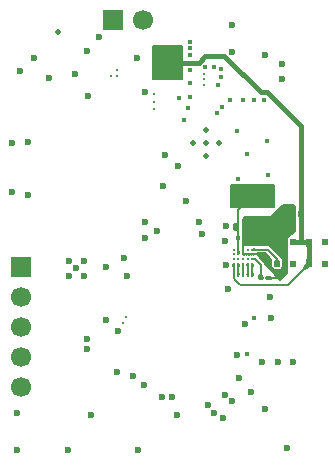
<source format=gbl>
%TF.GenerationSoftware,KiCad,Pcbnew,9.0.6*%
%TF.CreationDate,2026-02-05T15:03:14-05:00*%
%TF.ProjectId,health_monitor,6865616c-7468-45f6-9d6f-6e69746f722e,rev?*%
%TF.SameCoordinates,Original*%
%TF.FileFunction,Copper,L4,Bot*%
%TF.FilePolarity,Positive*%
%FSLAX46Y46*%
G04 Gerber Fmt 4.6, Leading zero omitted, Abs format (unit mm)*
G04 Created by KiCad (PCBNEW 9.0.6) date 2026-02-05 15:03:14*
%MOMM*%
%LPD*%
G01*
G04 APERTURE LIST*
G04 Aperture macros list*
%AMRoundRect*
0 Rectangle with rounded corners*
0 $1 Rounding radius*
0 $2 $3 $4 $5 $6 $7 $8 $9 X,Y pos of 4 corners*
0 Add a 4 corners polygon primitive as box body*
4,1,4,$2,$3,$4,$5,$6,$7,$8,$9,$2,$3,0*
0 Add four circle primitives for the rounded corners*
1,1,$1+$1,$2,$3*
1,1,$1+$1,$4,$5*
1,1,$1+$1,$6,$7*
1,1,$1+$1,$8,$9*
0 Add four rect primitives between the rounded corners*
20,1,$1+$1,$2,$3,$4,$5,0*
20,1,$1+$1,$4,$5,$6,$7,0*
20,1,$1+$1,$6,$7,$8,$9,0*
20,1,$1+$1,$8,$9,$2,$3,0*%
G04 Aperture macros list end*
%TA.AperFunction,Conductor*%
%ADD10C,0.200000*%
%TD*%
%TA.AperFunction,ComponentPad*%
%ADD11R,1.700000X1.700000*%
%TD*%
%TA.AperFunction,ComponentPad*%
%ADD12C,1.700000*%
%TD*%
%TA.AperFunction,ComponentPad*%
%ADD13C,0.499999*%
%TD*%
%TA.AperFunction,SMDPad,CuDef*%
%ADD14RoundRect,0.140000X-0.140000X-0.170000X0.140000X-0.170000X0.140000X0.170000X-0.140000X0.170000X0*%
%TD*%
%TA.AperFunction,SMDPad,CuDef*%
%ADD15C,0.254000*%
%TD*%
%TA.AperFunction,SMDPad,CuDef*%
%ADD16RoundRect,0.100000X0.130000X0.100000X-0.130000X0.100000X-0.130000X-0.100000X0.130000X-0.100000X0*%
%TD*%
%TA.AperFunction,SMDPad,CuDef*%
%ADD17R,0.508000X0.508000*%
%TD*%
%TA.AperFunction,SMDPad,CuDef*%
%ADD18RoundRect,0.075000X-0.125000X-0.075000X0.125000X-0.075000X0.125000X0.075000X-0.125000X0.075000X0*%
%TD*%
%TA.AperFunction,ViaPad*%
%ADD19C,0.600000*%
%TD*%
%TA.AperFunction,ViaPad*%
%ADD20C,0.450000*%
%TD*%
%TA.AperFunction,ViaPad*%
%ADD21C,0.400000*%
%TD*%
%TA.AperFunction,ViaPad*%
%ADD22C,0.300000*%
%TD*%
%TA.AperFunction,ViaPad*%
%ADD23C,0.500000*%
%TD*%
%TA.AperFunction,ViaPad*%
%ADD24C,0.250000*%
%TD*%
%TA.AperFunction,Conductor*%
%ADD25C,0.400000*%
%TD*%
G04 APERTURE END LIST*
%TO.N,/V_{A}*%
D10*
X140100000Y-51700000D02*
X143700000Y-51700000D01*
X143700000Y-53600000D01*
X140100000Y-53600000D01*
X140100000Y-51700000D01*
%TA.AperFunction,Conductor*%
G36*
X140100000Y-51700000D02*
G01*
X143700000Y-51700000D01*
X143700000Y-53600000D01*
X140100000Y-53600000D01*
X140100000Y-51700000D01*
G37*
%TD.AperFunction*%
%TO.N,GNDREF*%
X145500000Y-53600000D02*
X145500000Y-55600000D01*
X144800000Y-56200000D01*
X144800000Y-59200000D01*
X144200000Y-59800000D01*
X143100000Y-58600000D01*
X142300000Y-57600000D01*
X142300000Y-57500000D01*
X143000000Y-57500000D01*
X143500000Y-58100000D01*
X143500000Y-58700000D01*
X143700000Y-58900000D01*
X144300000Y-58900000D01*
X144500000Y-58700000D01*
X144500000Y-58000000D01*
X143300000Y-56800000D01*
X141100000Y-56800000D01*
X141100000Y-54700000D01*
X141300000Y-54400000D01*
X143500000Y-54400000D01*
X144500000Y-53400000D01*
X145300000Y-53400000D01*
X145500000Y-53600000D01*
%TA.AperFunction,Conductor*%
G36*
X145500000Y-53600000D02*
G01*
X145500000Y-55600000D01*
X144800000Y-56200000D01*
X144800000Y-59200000D01*
X144200000Y-59800000D01*
X143100000Y-58600000D01*
X142300000Y-57600000D01*
X142300000Y-57500000D01*
X143000000Y-57500000D01*
X143500000Y-58100000D01*
X143500000Y-58700000D01*
X143700000Y-58900000D01*
X144300000Y-58900000D01*
X144500000Y-58700000D01*
X144500000Y-58000000D01*
X143300000Y-56800000D01*
X141100000Y-56800000D01*
X141100000Y-54700000D01*
X141300000Y-54400000D01*
X143500000Y-54400000D01*
X144500000Y-53400000D01*
X145300000Y-53400000D01*
X145500000Y-53600000D01*
G37*
%TD.AperFunction*%
%TO.N,/V_{LED}*%
X133500000Y-40000000D02*
X135900000Y-40000000D01*
X135900000Y-42800000D01*
X133500000Y-42800000D01*
X133500000Y-40000000D01*
%TA.AperFunction,Conductor*%
G36*
X133500000Y-40000000D02*
G01*
X135900000Y-40000000D01*
X135900000Y-42800000D01*
X133500000Y-42800000D01*
X133500000Y-40000000D01*
G37*
%TD.AperFunction*%
%TD*%
D11*
%TO.P,J3,1,Pin_1*%
%TO.N,/CC2674R10/JTAG_{TCKC}*%
X122300000Y-58660000D03*
D12*
%TO.P,J3,2,Pin_2*%
%TO.N,/CC2674R10/JTAG_{TMSC}*%
X122300000Y-61200000D03*
%TO.P,J3,3,Pin_3*%
%TO.N,/MCU_DIO16*%
X122300000Y-63740000D03*
%TO.P,J3,4,Pin_4*%
%TO.N,/MCU_DIO17*%
X122300000Y-66280000D03*
%TO.P,J3,5,Pin_5*%
%TO.N,/CC2674R10/RESET*%
X122300000Y-68820000D03*
%TD*%
D13*
%TO.P,U4,V4*%
%TO.N,GNDREF*%
X138000000Y-47100000D03*
%TO.P,U4,V1*%
X136900000Y-48200000D03*
%TO.P,U4,V2*%
X138000000Y-49300000D03*
%TO.P,U4,V3*%
X138000000Y-48200000D03*
%TO.P,U4,V5*%
X139100000Y-48200000D03*
%TD*%
D11*
%TO.P,J2,1,Pin_1*%
%TO.N,/Power Management ICs/BAT+*%
X130125000Y-37800000D03*
D12*
%TO.P,J2,2,Pin_2*%
%TO.N,GNDREF*%
X132665000Y-37800000D03*
%TD*%
D14*
%TO.P,C16,1*%
%TO.N,GNDREF*%
X145020000Y-54200000D03*
%TO.P,C16,2*%
%TO.N,/V_{LED}*%
X145980000Y-54200000D03*
%TD*%
D15*
%TO.P,U1,A1,VLED*%
%TO.N,/V_{LED}*%
X140300000Y-58400000D03*
%TO.P,U1,A2,SCLK*%
%TO.N,/MCU_DIO7*%
X140700000Y-58400000D03*
%TO.P,U1,A3,SDO*%
%TO.N,/MCU_DIO6*%
X141100000Y-58400000D03*
%TO.P,U1,A4,SDI*%
%TO.N,/MCU_DIO5*%
X141500000Y-58400000D03*
%TO.P,U1,A5,CSB*%
%TO.N,/MCU_DIO4*%
X141900000Y-58400000D03*
%TO.P,U1,B1,LED3_DRV*%
%TO.N,/LED_CATHODE2*%
X140300000Y-58000000D03*
%TO.P,U1,B2,\u002AINT*%
%TO.N,/MCU_DIO3*%
X140700000Y-58000000D03*
%TO.P,U1,B3,GPIO1*%
%TO.N,/MAX86140 AFE/GPIO1*%
X141100000Y-58000000D03*
%TO.P,U1,B4,GPIO2*%
%TO.N,/MAX86140 AFE/GPIO2*%
X141500000Y-58000000D03*
%TO.P,U1,B5,VREF*%
%TO.N,Net-(U1-VREF)*%
X141900000Y-58000000D03*
%TO.P,U1,C1,LED2_DRV*%
%TO.N,/LED_CATHODE1*%
X140300000Y-57600000D03*
%TO.P,U1,C2,VDD_DIG*%
%TO.N,/V_{A}*%
X140700000Y-57600000D03*
%TO.P,U1,C3,GND_DIG*%
%TO.N,GNDREF*%
X141100000Y-57600000D03*
%TO.P,U1,C4,GND_ANA*%
X141500000Y-57600000D03*
%TO.P,U1,C5,PD_GND*%
X141900000Y-57600000D03*
%TO.P,U1,D1,LED1_DRV*%
%TO.N,/LED_CATHODE0*%
X140300000Y-57200000D03*
%TO.P,U1,D2,VDD_ANA*%
%TO.N,/V_{A}*%
X140700000Y-57200000D03*
%TO.P,U1,D3,PGND*%
%TO.N,GNDREF*%
X141100000Y-57200000D03*
%TO.P,U1,D4,N.C.*%
%TO.N,unconnected-(U1-N.C.-PadD4)*%
X141500000Y-57200000D03*
%TO.P,U1,D5,PD1_IN*%
%TO.N,/PD1*%
X141900000Y-57200000D03*
%TD*%
D16*
%TO.P,C15,1*%
%TO.N,GNDREF*%
X143220000Y-59600000D03*
%TO.P,C15,2*%
%TO.N,Net-(U1-VREF)*%
X142580000Y-59600000D03*
%TD*%
D17*
%TO.P,SENSOR1,1,GC*%
%TO.N,/LED_CATHODE0*%
X148000001Y-56599999D03*
%TO.P,SENSOR1,2,GA*%
%TO.N,/V_{LED}*%
X146690001Y-56599999D03*
%TO.P,SENSOR1,3,RA*%
X145309999Y-56599999D03*
%TO.P,SENSOR1,4,PA*%
%TO.N,GNDREF*%
X143999999Y-56599999D03*
%TO.P,SENSOR1,5,PC*%
%TO.N,/PD1*%
X143999999Y-58400001D03*
%TO.P,SENSOR1,6,RC*%
%TO.N,/LED_CATHODE1*%
X145309999Y-58400001D03*
%TO.P,SENSOR1,7,IA*%
%TO.N,/V_{LED}*%
X146690001Y-58400001D03*
%TO.P,SENSOR1,8,IC*%
%TO.N,/LED_CATHODE2*%
X148000001Y-58400001D03*
%TD*%
D18*
%TO.P,C17,1*%
%TO.N,/V_{A}*%
X140650000Y-56200000D03*
%TO.P,C17,2*%
%TO.N,GNDREF*%
X141150000Y-56200000D03*
%TD*%
D14*
%TO.P,C18,1*%
%TO.N,/V_{A}*%
X140520000Y-55300000D03*
%TO.P,C18,2*%
%TO.N,GNDREF*%
X141480000Y-55300000D03*
%TD*%
D19*
%TO.N,GNDREF*%
X143000000Y-70700000D03*
X142800000Y-56400000D03*
D20*
X140700000Y-51200000D03*
X139200000Y-41900000D03*
D19*
X128900000Y-39200000D03*
X144000000Y-54800000D03*
X139700000Y-55200000D03*
X132800000Y-54900000D03*
X122900000Y-52600000D03*
X141700000Y-56500000D03*
X137400000Y-54900000D03*
X135600000Y-50100000D03*
D20*
X139000000Y-43300000D03*
D19*
X139800000Y-60500000D03*
X143100000Y-57900000D03*
X121500000Y-48200000D03*
D20*
X136600000Y-43100000D03*
D21*
X141400000Y-66000000D03*
D20*
X136600000Y-40700000D03*
X136400000Y-45200000D03*
D19*
X144400000Y-41500000D03*
X132700000Y-68700000D03*
X132800000Y-56200000D03*
D20*
X136600000Y-40100000D03*
X142000000Y-44500000D03*
D21*
X142000000Y-63000000D03*
D19*
X145300000Y-66700000D03*
X129500000Y-63200000D03*
X133800000Y-55600000D03*
X128200000Y-71200000D03*
D20*
X143200000Y-50900000D03*
D19*
X129500000Y-58700000D03*
X137600000Y-55900000D03*
D20*
X140600000Y-47200000D03*
D19*
X142100000Y-54800000D03*
X139600000Y-56500000D03*
X122200000Y-42100000D03*
X143000000Y-40700000D03*
X142700000Y-66700000D03*
X140200000Y-38200000D03*
D20*
X135700000Y-44400000D03*
X136600000Y-42000000D03*
D19*
X127900000Y-40400000D03*
D20*
X136600000Y-44300000D03*
D19*
X126900000Y-42300000D03*
D20*
X138600000Y-41700000D03*
X136100000Y-46200000D03*
D19*
X138600000Y-71000000D03*
X122000000Y-74200000D03*
X141800000Y-69300000D03*
X140200000Y-40500000D03*
D22*
X130400000Y-42000000D03*
D20*
X140000000Y-44500000D03*
D19*
X131800000Y-67900000D03*
D20*
X138900000Y-45600000D03*
D19*
X132200000Y-74200000D03*
X134300000Y-51800000D03*
X130400000Y-67600000D03*
X121500000Y-52300000D03*
X122900000Y-48100000D03*
X139700000Y-58500000D03*
X140800000Y-68100000D03*
X132800000Y-43900000D03*
D20*
X139300000Y-45100000D03*
X139200000Y-42600000D03*
X141400000Y-49100000D03*
D19*
X123400000Y-41000000D03*
X130500000Y-64100000D03*
X134500000Y-49200000D03*
X138100000Y-70400000D03*
X143500000Y-63000000D03*
D20*
X142900000Y-44500000D03*
D19*
X144400000Y-42800000D03*
X126300000Y-74200000D03*
X141300000Y-63500000D03*
X144800000Y-74000000D03*
X144100000Y-66700000D03*
X124700000Y-42700000D03*
X140600000Y-66100000D03*
D23*
X125403300Y-38750189D03*
D19*
X132100000Y-41000000D03*
X131300000Y-59400000D03*
X131000000Y-57900000D03*
D20*
X143100000Y-48000000D03*
D19*
X128000000Y-44200000D03*
D20*
X136600000Y-39600000D03*
D19*
X136300000Y-53100000D03*
X139400000Y-71500000D03*
D20*
X137900000Y-41700000D03*
X141100000Y-44500000D03*
D19*
X143400000Y-61200000D03*
X122000000Y-71000000D03*
%TO.N,Net-(MCU1A-VDDR)*%
X139610000Y-69490000D03*
X135500000Y-71200000D03*
X140160000Y-70040000D03*
D20*
%TO.N,/V_{LED}*%
X134400000Y-41400000D03*
X135100000Y-40800000D03*
X134400000Y-42000000D03*
X135100000Y-42000000D03*
X135100000Y-41400000D03*
X134400000Y-40800000D03*
%TO.N,/V_{A}*%
X141500000Y-53000000D03*
X141600000Y-52000000D03*
X143100000Y-52100000D03*
X142400000Y-52600000D03*
X143100000Y-53000000D03*
D19*
%TO.N,/V_{2.0}*%
X127900000Y-64800000D03*
X126400000Y-59400000D03*
X127900000Y-65600000D03*
X134200000Y-69700000D03*
X127600000Y-59400000D03*
X126400000Y-58200000D03*
X127600000Y-58200000D03*
X135100000Y-69700000D03*
X127000000Y-58800000D03*
D22*
%TO.N,/Power Management ICs/V_{BAT}*%
X137780000Y-43300000D03*
X133600000Y-44700000D03*
X137780000Y-42799997D03*
X133600000Y-45300000D03*
X133600000Y-44000000D03*
X137780000Y-42299994D03*
D24*
%TO.N,/MCU_DIO7*%
X140700000Y-59400000D03*
D22*
%TO.N,/MCU_DIO18*%
X131200000Y-62900000D03*
X130400000Y-42500000D03*
D24*
%TO.N,/MCU_DIO3*%
X140700000Y-58000000D03*
%TO.N,/MCU_DIO5*%
X141500000Y-59400000D03*
D22*
%TO.N,/MCU_DIO19*%
X130900000Y-63400000D03*
X129900000Y-42500000D03*
D24*
%TO.N,/MCU_DIO4*%
X141900000Y-59400000D03*
%TO.N,/MCU_DIO6*%
X141100000Y-59400000D03*
%TO.N,/LED_CATHODE0*%
X140300000Y-57200000D03*
X148000000Y-56600000D03*
%TO.N,/LED_CATHODE1*%
X145300000Y-58400000D03*
X140300000Y-57600000D03*
%TO.N,/LED_CATHODE2*%
X148000001Y-58400001D03*
X140300000Y-58000000D03*
%TD*%
D10*
%TO.N,GNDREF*%
X141500000Y-57600000D02*
X141100000Y-57600000D01*
X141900000Y-57600000D02*
X141500000Y-57600000D01*
X143910000Y-59600000D02*
X144554999Y-58955001D01*
X141100000Y-56600000D02*
X141500000Y-56200000D01*
X141100000Y-57200000D02*
X141100000Y-56600000D01*
X144554999Y-58955001D02*
X144554999Y-57904999D01*
X141100000Y-57200000D02*
X141100000Y-57600000D01*
X142800000Y-57600000D02*
X143100000Y-57900000D01*
X144554999Y-57904999D02*
X143250000Y-56600000D01*
X141900000Y-57600000D02*
X142800000Y-57600000D01*
X143220000Y-59600000D02*
X143910000Y-59600000D01*
%TO.N,Net-(U1-VREF)*%
X141900000Y-58000000D02*
X142100000Y-58000000D01*
X142600000Y-58500000D02*
X142600000Y-59580000D01*
X142100000Y-58000000D02*
X142600000Y-58500000D01*
X142600000Y-59580000D02*
X142580000Y-59600000D01*
D25*
%TO.N,/V_{LED}*%
X146000000Y-56600000D02*
X146690001Y-56599999D01*
X146690001Y-58400001D02*
X146690001Y-56599999D01*
D10*
X146690001Y-58400001D02*
X144889002Y-60201000D01*
D25*
X143159298Y-43874000D02*
X146000000Y-46714702D01*
D10*
X140300000Y-59600000D02*
X140300000Y-58400000D01*
D25*
X145310000Y-56600000D02*
X145309999Y-56599999D01*
X137914702Y-40800000D02*
X139508636Y-40800000D01*
X135726000Y-41374000D02*
X137340702Y-41374000D01*
X139508636Y-40800000D02*
X142582636Y-43874000D01*
X135100000Y-42000000D02*
X135726000Y-41374000D01*
X146000000Y-56600000D02*
X145310000Y-56600000D01*
D10*
X144889002Y-60201000D02*
X140901000Y-60201000D01*
D25*
X137340702Y-41374000D02*
X137914702Y-40800000D01*
D10*
X140800000Y-60100000D02*
X140450000Y-59750000D01*
D25*
X142582636Y-43874000D02*
X143159298Y-43874000D01*
X146000000Y-46714702D02*
X146000000Y-56600000D01*
D10*
X140450000Y-59750000D02*
X140300000Y-59600000D01*
X140901000Y-60201000D02*
X140800000Y-60100000D01*
%TO.N,/V_{A}*%
X140700000Y-57600000D02*
X140700000Y-53850000D01*
X140700000Y-53850000D02*
X141900000Y-52650000D01*
%TO.N,/MCU_DIO7*%
X140700000Y-58400000D02*
X140700000Y-59400000D01*
%TO.N,/MCU_DIO5*%
X141500000Y-59400000D02*
X141500000Y-59399999D01*
X141500000Y-58400000D02*
X141500000Y-59400000D01*
%TO.N,/MCU_DIO4*%
X141900000Y-59400000D02*
X141900000Y-58400000D01*
%TO.N,/MCU_DIO6*%
X141100000Y-58400000D02*
X141100000Y-59400000D01*
%TO.N,/PD1*%
X141900000Y-57200000D02*
X143200000Y-57200000D01*
X143200000Y-57200000D02*
X144000000Y-58000000D01*
X143999999Y-58000001D02*
X143999999Y-58400001D01*
X144000000Y-58000000D02*
X143999999Y-58000001D01*
%TD*%
%TA.AperFunction,Conductor*%
%TO.N,GNDREF*%
G36*
X141152459Y-57478438D02*
G01*
X141341120Y-57498869D01*
X141348976Y-57503167D01*
X141351560Y-57510501D01*
X141351560Y-57689498D01*
X141348133Y-57697771D01*
X141341120Y-57701130D01*
X141135339Y-57723415D01*
X141126745Y-57720899D01*
X141122622Y-57714155D01*
X141099490Y-57602367D01*
X141099490Y-57597632D01*
X141122623Y-57485843D01*
X141127654Y-57478438D01*
X141135339Y-57476584D01*
X141152459Y-57478438D01*
G37*
%TD.AperFunction*%
%TD*%
%TA.AperFunction,Conductor*%
%TO.N,GNDREF*%
G36*
X141473254Y-57479100D02*
G01*
X141477377Y-57485845D01*
X141500509Y-57597629D01*
X141500509Y-57602371D01*
X141477377Y-57714154D01*
X141472345Y-57721561D01*
X141464660Y-57723415D01*
X141258880Y-57701130D01*
X141251024Y-57696832D01*
X141248440Y-57689498D01*
X141248440Y-57510501D01*
X141251867Y-57502228D01*
X141258878Y-57498869D01*
X141464660Y-57476584D01*
X141473254Y-57479100D01*
G37*
%TD.AperFunction*%
%TD*%
%TA.AperFunction,Conductor*%
%TO.N,GNDREF*%
G36*
X141873254Y-57479100D02*
G01*
X141877377Y-57485845D01*
X141900509Y-57597629D01*
X141900509Y-57602371D01*
X141877377Y-57714154D01*
X141872345Y-57721561D01*
X141864660Y-57723415D01*
X141658880Y-57701130D01*
X141651024Y-57696832D01*
X141648440Y-57689498D01*
X141648440Y-57510501D01*
X141651867Y-57502228D01*
X141658878Y-57498869D01*
X141864660Y-57476584D01*
X141873254Y-57479100D01*
G37*
%TD.AperFunction*%
%TD*%
%TA.AperFunction,Conductor*%
%TO.N,GNDREF*%
G36*
X141552459Y-57478438D02*
G01*
X141741120Y-57498869D01*
X141748976Y-57503167D01*
X141751560Y-57510501D01*
X141751560Y-57689498D01*
X141748133Y-57697771D01*
X141741120Y-57701130D01*
X141535339Y-57723415D01*
X141526745Y-57720899D01*
X141522622Y-57714155D01*
X141499490Y-57602367D01*
X141499490Y-57597632D01*
X141522623Y-57485843D01*
X141527654Y-57478438D01*
X141535339Y-57476584D01*
X141552459Y-57478438D01*
G37*
%TD.AperFunction*%
%TD*%
%TA.AperFunction,Conductor*%
%TO.N,GNDREF*%
G36*
X141197772Y-56951867D02*
G01*
X141201131Y-56958880D01*
X141223415Y-57164660D01*
X141220899Y-57173254D01*
X141214154Y-57177377D01*
X141102371Y-57200509D01*
X141097629Y-57200509D01*
X140985845Y-57177377D01*
X140978438Y-57172345D01*
X140976584Y-57164660D01*
X140998869Y-56958880D01*
X141003167Y-56951024D01*
X141010501Y-56948440D01*
X141189499Y-56948440D01*
X141197772Y-56951867D01*
G37*
%TD.AperFunction*%
%TD*%
%TA.AperFunction,Conductor*%
%TO.N,GNDREF*%
G36*
X141214155Y-57222622D02*
G01*
X141221561Y-57227654D01*
X141223415Y-57235339D01*
X141201131Y-57441120D01*
X141196833Y-57448976D01*
X141189499Y-57451560D01*
X141010501Y-57451560D01*
X141002228Y-57448133D01*
X140998869Y-57441120D01*
X140976584Y-57235339D01*
X140979100Y-57226745D01*
X140985842Y-57222623D01*
X141097632Y-57199490D01*
X141102368Y-57199490D01*
X141214155Y-57222622D01*
G37*
%TD.AperFunction*%
%TD*%
%TA.AperFunction,Conductor*%
%TO.N,GNDREF*%
G36*
X141197772Y-57351867D02*
G01*
X141201131Y-57358880D01*
X141223415Y-57564660D01*
X141220899Y-57573254D01*
X141214154Y-57577377D01*
X141102371Y-57600509D01*
X141097629Y-57600509D01*
X140985845Y-57577377D01*
X140978438Y-57572345D01*
X140976584Y-57564660D01*
X140998869Y-57358880D01*
X141003167Y-57351024D01*
X141010501Y-57348440D01*
X141189499Y-57348440D01*
X141197772Y-57351867D01*
G37*
%TD.AperFunction*%
%TD*%
%TA.AperFunction,Conductor*%
%TO.N,GNDREF*%
G36*
X142644015Y-57502799D02*
G01*
X143147104Y-57603478D01*
X143154544Y-57608462D01*
X143156291Y-57617196D01*
X143101936Y-57895209D01*
X143096985Y-57902671D01*
X143096935Y-57902704D01*
X142860754Y-58059885D01*
X142851968Y-58061616D01*
X142844532Y-58056627D01*
X142844246Y-58056175D01*
X142751942Y-57902704D01*
X142631702Y-57702783D01*
X142630028Y-57696753D01*
X142630028Y-57514273D01*
X142633455Y-57506000D01*
X142641728Y-57502573D01*
X142644015Y-57502799D01*
G37*
%TD.AperFunction*%
%TD*%
%TA.AperFunction,Conductor*%
%TO.N,GNDREF*%
G36*
X141952459Y-57478438D02*
G01*
X142141120Y-57498869D01*
X142148976Y-57503167D01*
X142151560Y-57510501D01*
X142151560Y-57689498D01*
X142148133Y-57697771D01*
X142141120Y-57701130D01*
X141935339Y-57723415D01*
X141926745Y-57720899D01*
X141922622Y-57714155D01*
X141899490Y-57602367D01*
X141899490Y-57597632D01*
X141922623Y-57485843D01*
X141927654Y-57478438D01*
X141935339Y-57476584D01*
X141952459Y-57478438D01*
G37*
%TD.AperFunction*%
%TD*%
%TA.AperFunction,Conductor*%
%TO.N,GNDREF*%
G36*
X143395721Y-59410242D02*
G01*
X143642195Y-59497244D01*
X143648855Y-59503229D01*
X143650000Y-59508277D01*
X143650000Y-59691722D01*
X143646573Y-59699995D01*
X143642194Y-59702755D01*
X143395722Y-59789756D01*
X143386780Y-59789278D01*
X143383044Y-59786451D01*
X143309406Y-59702755D01*
X143225798Y-59607727D01*
X143222907Y-59599254D01*
X143225799Y-59592272D01*
X143299700Y-59508277D01*
X143383046Y-59413546D01*
X143391082Y-59409600D01*
X143395721Y-59410242D01*
G37*
%TD.AperFunction*%
%TD*%
%TA.AperFunction,Conductor*%
%TO.N,Net-(U1-VREF)*%
G36*
X141937167Y-57879402D02*
G01*
X142118266Y-57937317D01*
X142188888Y-57959902D01*
X142195724Y-57965686D01*
X142196468Y-57974610D01*
X142193597Y-57979319D01*
X142068594Y-58104322D01*
X142061753Y-58107661D01*
X141935515Y-58123234D01*
X141926885Y-58120846D01*
X141922618Y-58113954D01*
X141899770Y-58001639D01*
X141899775Y-57996949D01*
X141922152Y-57888190D01*
X141927176Y-57880778D01*
X141935970Y-57879089D01*
X141937167Y-57879402D01*
G37*
%TD.AperFunction*%
%TD*%
%TA.AperFunction,Conductor*%
%TO.N,Net-(U1-VREF)*%
G36*
X142700103Y-59203427D02*
G01*
X142702814Y-59207671D01*
X142785293Y-59432512D01*
X142784925Y-59441459D01*
X142781449Y-59445810D01*
X142587849Y-59594952D01*
X142579204Y-59597286D01*
X142572742Y-59594251D01*
X142395038Y-59429012D01*
X142391313Y-59420869D01*
X142392537Y-59415217D01*
X142496768Y-59206473D01*
X142503530Y-59200602D01*
X142507236Y-59200000D01*
X142691830Y-59200000D01*
X142700103Y-59203427D01*
G37*
%TD.AperFunction*%
%TD*%
%TA.AperFunction,Conductor*%
%TO.N,/V_{LED}*%
G36*
X146438606Y-56348948D02*
G01*
X146440491Y-56350472D01*
X146682678Y-56591710D01*
X146686121Y-56599976D01*
X146682710Y-56608256D01*
X146682678Y-56608288D01*
X146440491Y-56849526D01*
X146432211Y-56852937D01*
X146429802Y-56852681D01*
X146191267Y-56801968D01*
X146183888Y-56796897D01*
X146182001Y-56790528D01*
X146182001Y-56409472D01*
X146185428Y-56401200D01*
X146191265Y-56398030D01*
X146429801Y-56347317D01*
X146438606Y-56348948D01*
G37*
%TD.AperFunction*%
%TD*%
%TA.AperFunction,Conductor*%
%TO.N,/V_{LED}*%
G36*
X146888800Y-57895428D02*
G01*
X146891971Y-57901268D01*
X146942683Y-58139801D01*
X146941052Y-58148606D01*
X146939528Y-58150491D01*
X146698290Y-58392679D01*
X146690024Y-58396122D01*
X146681744Y-58392711D01*
X146681712Y-58392679D01*
X146440473Y-58150491D01*
X146437062Y-58142211D01*
X146437316Y-58139811D01*
X146488031Y-57901268D01*
X146493103Y-57893888D01*
X146499475Y-57892001D01*
X146880527Y-57892001D01*
X146888800Y-57895428D01*
G37*
%TD.AperFunction*%
%TD*%
%TA.AperFunction,Conductor*%
%TO.N,/V_{LED}*%
G36*
X146698257Y-56607287D02*
G01*
X146939528Y-56849508D01*
X146942939Y-56857788D01*
X146942683Y-56860198D01*
X146891971Y-57098732D01*
X146886899Y-57106112D01*
X146880527Y-57107999D01*
X146499475Y-57107999D01*
X146491202Y-57104572D01*
X146488031Y-57098732D01*
X146480786Y-57064655D01*
X146437318Y-56860195D01*
X146438949Y-56851393D01*
X146440467Y-56849515D01*
X146681713Y-56607319D01*
X146689978Y-56603877D01*
X146698257Y-56607287D01*
G37*
%TD.AperFunction*%
%TD*%
%TA.AperFunction,Conductor*%
%TO.N,/V_{LED}*%
G36*
X146445774Y-58298800D02*
G01*
X146590215Y-58358063D01*
X146686181Y-58397437D01*
X146692534Y-58403747D01*
X146692564Y-58403820D01*
X146791200Y-58644225D01*
X146791170Y-58653180D01*
X146785893Y-58658983D01*
X146334760Y-58900223D01*
X146325849Y-58901103D01*
X146320970Y-58898179D01*
X146191822Y-58769031D01*
X146188395Y-58760758D01*
X146189777Y-58755244D01*
X146431019Y-58304106D01*
X146437941Y-58298428D01*
X146445774Y-58298800D01*
G37*
%TD.AperFunction*%
%TD*%
%TA.AperFunction,Conductor*%
%TO.N,/V_{LED}*%
G36*
X140414155Y-58422622D02*
G01*
X140421561Y-58427654D01*
X140423415Y-58435339D01*
X140401131Y-58641120D01*
X140396833Y-58648976D01*
X140389499Y-58651560D01*
X140210501Y-58651560D01*
X140202228Y-58648133D01*
X140198869Y-58641120D01*
X140176584Y-58435339D01*
X140179100Y-58426745D01*
X140185842Y-58422623D01*
X140297632Y-58399490D01*
X140302368Y-58399490D01*
X140414155Y-58422622D01*
G37*
%TD.AperFunction*%
%TD*%
%TA.AperFunction,Conductor*%
%TO.N,/V_{LED}*%
G36*
X135281577Y-41551296D02*
G01*
X135548703Y-41818422D01*
X135552130Y-41826695D01*
X135549117Y-41834532D01*
X135293827Y-42117524D01*
X135285741Y-42121372D01*
X135278682Y-42119443D01*
X135101277Y-42002020D01*
X135097979Y-41998722D01*
X134980556Y-41821317D01*
X134978847Y-41812526D01*
X134982473Y-41806174D01*
X135265467Y-41550881D01*
X135273905Y-41547884D01*
X135281577Y-41551296D01*
G37*
%TD.AperFunction*%
%TD*%
%TA.AperFunction,Conductor*%
%TO.N,/V_{LED}*%
G36*
X145570198Y-56347317D02*
G01*
X145808733Y-56398030D01*
X145816112Y-56403101D01*
X145817999Y-56409473D01*
X145817999Y-56790526D01*
X145814572Y-56798799D01*
X145808732Y-56801970D01*
X145570198Y-56852681D01*
X145561393Y-56851050D01*
X145559508Y-56849526D01*
X145509787Y-56800000D01*
X145317319Y-56608286D01*
X145313877Y-56600022D01*
X145317287Y-56591742D01*
X145559508Y-56350471D01*
X145567788Y-56347061D01*
X145570198Y-56347317D01*
G37*
%TD.AperFunction*%
%TD*%
%TA.AperFunction,Conductor*%
%TO.N,/V_{A}*%
G36*
X140797772Y-57351867D02*
G01*
X140801131Y-57358880D01*
X140823415Y-57564660D01*
X140820899Y-57573254D01*
X140814154Y-57577377D01*
X140702371Y-57600509D01*
X140697629Y-57600509D01*
X140585844Y-57577376D01*
X140578437Y-57572344D01*
X140576583Y-57564662D01*
X140598869Y-57358879D01*
X140603167Y-57351024D01*
X140610501Y-57348440D01*
X140789499Y-57348440D01*
X140797772Y-57351867D01*
G37*
%TD.AperFunction*%
%TD*%
%TA.AperFunction,Conductor*%
%TO.N,/V_{A}*%
G36*
X141457213Y-52963326D02*
G01*
X141566467Y-53072580D01*
X141569894Y-53080853D01*
X141566467Y-53089126D01*
X141558194Y-53092553D01*
X141556176Y-53092378D01*
X141314112Y-53049987D01*
X141306554Y-53045184D01*
X141304605Y-53036444D01*
X141309408Y-53028886D01*
X141310858Y-53028018D01*
X141443679Y-52961148D01*
X141452609Y-52960489D01*
X141457213Y-52963326D01*
G37*
%TD.AperFunction*%
%TD*%
%TA.AperFunction,Conductor*%
%TO.N,/MCU_DIO7*%
G36*
X140814155Y-58422622D02*
G01*
X140821561Y-58427654D01*
X140823415Y-58435339D01*
X140801131Y-58641120D01*
X140796833Y-58648976D01*
X140789499Y-58651560D01*
X140610501Y-58651560D01*
X140602228Y-58648133D01*
X140598869Y-58641120D01*
X140576584Y-58435339D01*
X140579100Y-58426745D01*
X140585842Y-58422623D01*
X140697632Y-58399490D01*
X140702368Y-58399490D01*
X140814155Y-58422622D01*
G37*
%TD.AperFunction*%
%TD*%
%TA.AperFunction,Conductor*%
%TO.N,/MCU_DIO7*%
G36*
X140797698Y-59155829D02*
G01*
X140801065Y-59162924D01*
X140821535Y-59365118D01*
X140818959Y-59373694D01*
X140812267Y-59377753D01*
X140702372Y-59400508D01*
X140697628Y-59400508D01*
X140587732Y-59377753D01*
X140580325Y-59372720D01*
X140578464Y-59365119D01*
X140598935Y-59162923D01*
X140603177Y-59155038D01*
X140610575Y-59152402D01*
X140789425Y-59152402D01*
X140797698Y-59155829D01*
G37*
%TD.AperFunction*%
%TD*%
%TA.AperFunction,Conductor*%
%TO.N,/MCU_DIO5*%
G36*
X141614155Y-58422622D02*
G01*
X141621561Y-58427654D01*
X141623415Y-58435339D01*
X141601131Y-58641120D01*
X141596833Y-58648976D01*
X141589499Y-58651560D01*
X141410501Y-58651560D01*
X141402228Y-58648133D01*
X141398869Y-58641120D01*
X141376584Y-58435339D01*
X141379100Y-58426745D01*
X141385842Y-58422623D01*
X141497632Y-58399490D01*
X141502368Y-58399490D01*
X141614155Y-58422622D01*
G37*
%TD.AperFunction*%
%TD*%
%TA.AperFunction,Conductor*%
%TO.N,/MCU_DIO5*%
G36*
X141597698Y-59155829D02*
G01*
X141601065Y-59162924D01*
X141621535Y-59365118D01*
X141618959Y-59373694D01*
X141612267Y-59377753D01*
X141502372Y-59400508D01*
X141497628Y-59400508D01*
X141387732Y-59377753D01*
X141380325Y-59372720D01*
X141378464Y-59365119D01*
X141398935Y-59162923D01*
X141403177Y-59155038D01*
X141410575Y-59152402D01*
X141589425Y-59152402D01*
X141597698Y-59155829D01*
G37*
%TD.AperFunction*%
%TD*%
%TA.AperFunction,Conductor*%
%TO.N,/MCU_DIO4*%
G36*
X142014155Y-58422622D02*
G01*
X142021561Y-58427654D01*
X142023415Y-58435339D01*
X142001131Y-58641120D01*
X141996833Y-58648976D01*
X141989499Y-58651560D01*
X141810501Y-58651560D01*
X141802228Y-58648133D01*
X141798869Y-58641120D01*
X141776584Y-58435339D01*
X141779100Y-58426745D01*
X141785842Y-58422623D01*
X141897632Y-58399490D01*
X141902368Y-58399490D01*
X142014155Y-58422622D01*
G37*
%TD.AperFunction*%
%TD*%
%TA.AperFunction,Conductor*%
%TO.N,/MCU_DIO4*%
G36*
X141997698Y-59155829D02*
G01*
X142001065Y-59162924D01*
X142021535Y-59365118D01*
X142018959Y-59373694D01*
X142012267Y-59377753D01*
X141902372Y-59400508D01*
X141897628Y-59400508D01*
X141787732Y-59377753D01*
X141780325Y-59372720D01*
X141778464Y-59365119D01*
X141798935Y-59162923D01*
X141803177Y-59155038D01*
X141810575Y-59152402D01*
X141989425Y-59152402D01*
X141997698Y-59155829D01*
G37*
%TD.AperFunction*%
%TD*%
%TA.AperFunction,Conductor*%
%TO.N,/MCU_DIO6*%
G36*
X141214155Y-58422622D02*
G01*
X141221561Y-58427654D01*
X141223415Y-58435339D01*
X141201131Y-58641120D01*
X141196833Y-58648976D01*
X141189499Y-58651560D01*
X141010501Y-58651560D01*
X141002228Y-58648133D01*
X140998869Y-58641120D01*
X140976584Y-58435339D01*
X140979100Y-58426745D01*
X140985842Y-58422623D01*
X141097632Y-58399490D01*
X141102368Y-58399490D01*
X141214155Y-58422622D01*
G37*
%TD.AperFunction*%
%TD*%
%TA.AperFunction,Conductor*%
%TO.N,/MCU_DIO6*%
G36*
X141197698Y-59155829D02*
G01*
X141201065Y-59162924D01*
X141221535Y-59365118D01*
X141218959Y-59373694D01*
X141212267Y-59377753D01*
X141102372Y-59400508D01*
X141097628Y-59400508D01*
X140987732Y-59377753D01*
X140980325Y-59372720D01*
X140978464Y-59365119D01*
X140998935Y-59162923D01*
X141003177Y-59155038D01*
X141010575Y-59152402D01*
X141189425Y-59152402D01*
X141197698Y-59155829D01*
G37*
%TD.AperFunction*%
%TD*%
%TA.AperFunction,Conductor*%
%TO.N,/PD1*%
G36*
X141952459Y-57078438D02*
G01*
X142141120Y-57098869D01*
X142148976Y-57103167D01*
X142151560Y-57110501D01*
X142151560Y-57289498D01*
X142148133Y-57297771D01*
X142141120Y-57301130D01*
X141935339Y-57323415D01*
X141926745Y-57320899D01*
X141922622Y-57314155D01*
X141899490Y-57202367D01*
X141899490Y-57197632D01*
X141922623Y-57085843D01*
X141927654Y-57078438D01*
X141935339Y-57076584D01*
X141952459Y-57078438D01*
G37*
%TD.AperFunction*%
%TD*%
%TA.AperFunction,Conductor*%
%TO.N,/PD1*%
G36*
X144001407Y-57862404D02*
G01*
X144002447Y-57863595D01*
X144102335Y-57995164D01*
X144211170Y-58138518D01*
X144213443Y-58147180D01*
X144210772Y-58153163D01*
X144008921Y-58391026D01*
X144000955Y-58395117D01*
X143992430Y-58392377D01*
X143991727Y-58391729D01*
X143752963Y-58152965D01*
X143749536Y-58144692D01*
X143751673Y-58137953D01*
X143852348Y-57995157D01*
X143853626Y-57993639D01*
X143984862Y-57862403D01*
X143993134Y-57858977D01*
X144001407Y-57862404D01*
G37*
%TD.AperFunction*%
%TD*%
M02*

</source>
